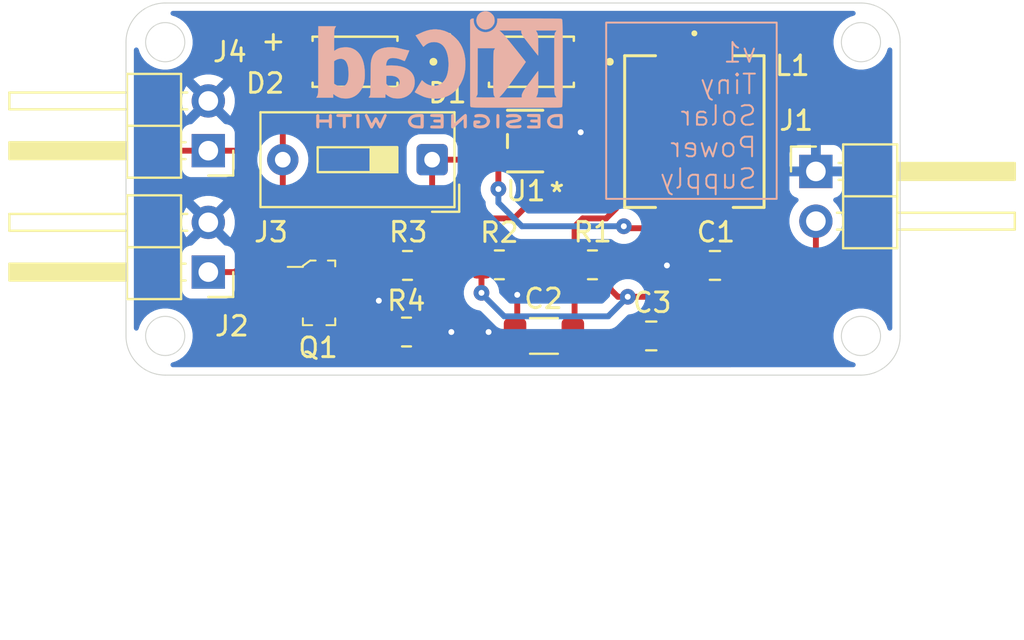
<source format=kicad_pcb>
(kicad_pcb (version 20241229) (generator "pcbnew") (generator_version "9.0")
  (title_block (title "Project 3 | Elektor's Solar Power Supply") (date "2025-05-20") (rev "1") (company "Ing. Andrés Chaparro"))
  (layers (0 "F.Cu" signal) (2 "B.Cu" signal) (13 "F.Paste" user) (15 "B.Paste" user) (5 "F.SilkS" user "F.Silkscreen") (7 "B.SilkS" user "B.Silkscreen") (1 "F.Mask" user) (3 "B.Mask" user) (25 "Edge.Cuts" user))
  (net 0 "")
  (net 1 "GND")
  (net 2 "/VIN")
  (net 3 "/OUT_P")
  (net 4 "/FB")
  (net 5 "/SW")
  (net 6 "/VAT_P")
  (net 7 "/SOLAR_P")
  (net 8 "/SHDN")
  (footprint "Connector_PinHeader_2.54mm:PinHeader_1x02_P2.54mm_Horizontal" (layer "F.Cu") (at 100.2 100.54 180)
    (property "Reference" "J4" (at -1.1 5.04 0) (layer "F.SilkS"))
    (property "Value" "Conn_01x02_Pin")
    (pad "1" thru_hole rect (at 0 0 180) (size 1.7 1.7) (drill 1) (layers "*.Cu" "*.Mask") (net 7 "/SOLAR_P"))
    (pad "2" thru_hole circle (at 0 2.54 180) (size 1.7 1.7) (drill 1) (layers "*.Cu" "*.Mask") (net 1 "GND"))
  )
  (footprint "Resistor_SMD:R_0805_2012Metric" (layer "F.Cu") (at 110.3125 109.8)
    (property "Reference" "R4" (at -0.0125 -1.6 0) (layer "F.SilkS"))
    (property "Value" "1 MOhm")
    (pad "1" smd roundrect (at -0.9125 0) (size 1.025 1.4) (layers "F.Cu" "F.Mask" "F.Paste") (roundrect_rratio 0.243902) (net 7 "/SOLAR_P"))
    (pad "2" smd roundrect (at 0.9125 0) (size 1.025 1.4) (layers "F.Cu" "F.Mask" "F.Paste") (roundrect_rratio 0.243902) (net 1 "GND"))
  )
  (footprint "Capacitor_SMD:C_1206_3216Metric" (layer "F.Cu") (at 117.325 110 180)
    (property "Reference" "C2" (at 0.025 1.9 0) (layer "F.SilkS"))
    (property "Value" "22uF, 10V, X7R")
    (pad "1" smd roundrect (at -1.475 0 180) (size 1.15 1.8) (layers "F.Cu" "F.Mask" "F.Paste") (roundrect_rratio 0.217391) (net 3 "/OUT_P"))
    (pad "2" smd roundrect (at 1.475 0 180) (size 1.15 1.8) (layers "F.Cu" "F.Mask" "F.Paste") (roundrect_rratio 0.217391) (net 1 "GND"))
  )
  (footprint "Resistor_SMD:R_0805_2012Metric" (layer "F.Cu") (at 119.8 106.37)
    (property "Reference" "R1" (at 0.0125 -1.67 0) (layer "F.SilkS"))
    (property "Value" "1 MOhm")
    (pad "1" smd roundrect (at -0.9125 0) (size 1.025 1.4) (layers "F.Cu" "F.Mask" "F.Paste") (roundrect_rratio 0.243902) (net 3 "/OUT_P"))
    (pad "2" smd roundrect (at 0.9125 0) (size 1.025 1.4) (layers "F.Cu" "F.Mask" "F.Paste") (roundrect_rratio 0.243902) (net 4 "/FB"))
  )
  (footprint "Capacitor_SMD:C_0805_2012Metric" (layer "F.Cu") (at 122.8 110)
    (property "Reference" "C3" (at 0.05 -1.7 0) (layer "F.SilkS"))
    (property "Value" "10pF, 50V, X7R")
    (pad "1" smd roundrect (at -0.95 0) (size 1 1.45) (layers "F.Cu" "F.Mask" "F.Paste") (net 3 "/OUT_P"))
    (pad "2" smd roundrect (at 0.95 0) (size 1 1.45) (layers "F.Cu" "F.Mask" "F.Paste") (net 4 "/FB"))
  )
  (footprint "SS14:DIOM4325X250N" (layer "F.Cu") (at 107.685 96 180)
    (property "Reference" "D2" (at 4.585 -1.1 0) (layer "F.SilkS"))
    (property "Value" "SS14")
    (pad "A" smd rect (at 2.115 0 180) (size 2.12 1.5) (layers "F.Cu" "F.Mask" "F.Paste") (net 7 "/SOLAR_P"))
    (pad "C" smd rect (at -2.115 0 180) (size 2.12 1.5) (layers "F.Cu" "F.Mask" "F.Paste") (net 6 "/VAT_P"))
  )
  (footprint "digikey-footprints:SOT-23-3" (layer "F.Cu") (at 105.85 107.8)
    (property "Reference" "Q1" (at -0.05 2.8 0) (layer "F.SilkS"))
    (property "Value" "2N7002")
    (pad "1" smd rect (at -1.05 -0.95) (size 1.3 0.6) (layers "F.Cu" "F.Mask" "F.Paste") (net 7 "/SOLAR_P"))
    (pad "2" smd rect (at -1.05 0.95) (size 1.3 0.6) (layers "F.Cu" "F.Mask" "F.Paste") (net 1 "GND"))
    (pad "3" smd rect (at 1.05 0) (size 1.3 0.6) (layers "F.Cu" "F.Mask" "F.Paste") (net 8 "/SHDN"))
  )
  (footprint "Resistor_SMD:R_0805_2012Metric" (layer "F.Cu") (at 110.3625 106.4 180)
    (property "Reference" "R3" (at -0.0375 1.7 0) (layer "F.SilkS"))
    (property "Value" "10 kOhm")
    (pad "1" smd roundrect (at -0.9125 0 180) (size 1.025 1.4) (layers "F.Cu" "F.Mask" "F.Paste") (roundrect_rratio 0.243902) (net 2 "/VIN"))
    (pad "2" smd roundrect (at 0.9125 0 180) (size 1.025 1.4) (layers "F.Cu" "F.Mask" "F.Paste") (roundrect_rratio 0.243902) (net 8 "/SHDN"))
  )
  (footprint "Connector_PinHeader_2.54mm:PinHeader_1x02_P2.54mm_Horizontal" (layer "F.Cu") (at 100.2 106.74 180)
    (property "Reference" "J2" (at -1.2 -2.76 0) (layer "F.SilkS"))
    (property "Value" "Conn_01x02_Pin")
    (pad "1" thru_hole rect (at 0 0 180) (size 1.7 1.7) (drill 1) (layers "*.Cu" "*.Mask") (net 6 "/VAT_P"))
    (pad "2" thru_hole circle (at 0 2.54 180) (size 1.7 1.7) (drill 1) (layers "*.Cu" "*.Mask") (net 1 "GND"))
  )
  (footprint "Button_Switch_THT:SW_DIP_SPSTx01_Slide_9.78x4.72mm_W7.62mm_P2.54mm" (layer "F.Cu") (at 111.62 101 180)
    (property "Reference" "J3" (at 8.22 -3.7 0) (layer "F.SilkS"))
    (property "Value" "Conn_01x02_Pin")
    (pad "1" thru_hole roundrect (at 0 0 180) (size 1.6 1.6) (drill 0.8) (layers "*.Cu" "*.Mask") (roundrect_rratio 0.15625) (net 2 "/VIN"))
    (pad "2" thru_hole circle (at 7.62 0 180) (size 1.6 1.6) (drill 0.8) (layers "*.Cu" "*.Mask") (net 6 "/VAT_P"))
  )
  (footprint "Connector_PinHeader_2.54mm:PinHeader_1x02_P2.54mm_Horizontal" (layer "F.Cu") (at 131.2 101.6)
    (property "Reference" "J1" (at -1 -2.6 0) (layer "F.SilkS"))
    (property "Value" "Conn_01x02_Pin")
    (pad "1" thru_hole rect (at 0 0) (size 1.7 1.7) (drill 1) (layers "*.Cu" "*.Mask") (net 1 "GND"))
    (pad "2" thru_hole circle (at 0 2.54) (size 1.7 1.7) (drill 1) (layers "*.Cu" "*.Mask") (net 3 "/OUT_P"))
  )
  (footprint "SS14:DIOM4325X250N" (layer "F.Cu") (at 116.685 96 180)
    (property "Reference" "D1" (at 4.285 -1.6 0) (layer "F.SilkS"))
    (property "Value" "SS14")
    (pad "A" smd rect (at 2.115 0 180) (size 2.12 1.5) (layers "F.Cu" "F.Mask" "F.Paste") (net 5 "/SW"))
    (pad "C" smd rect (at -2.115 0 180) (size 2.12 1.5) (layers "F.Cu" "F.Mask" "F.Paste") (net 3 "/OUT_P"))
  )
  (footprint "ASPI-0630LR-100M-T15:IND_ASPI-0630LR_ABR" (layer "F.Cu") (at 125 99.5654 -90)
    (property "Reference" "L1" (at -3.3654 -5 0) (layer "F.SilkS"))
    (property "Value" "ASPI-0630LR-100M-T15")
    (pad "1" smd rect (at -2.5654 0) (size 3.302 2.667) (layers "F.Cu" "F.Mask" "F.Paste") (net 5 "/SW"))
    (pad "2" smd rect (at 2.5654 0) (size 3.302 2.667) (layers "F.Cu" "F.Mask" "F.Paste") (net 2 "/VIN"))
  )
  (footprint "AP3015AKTR-G1:SOT23-5_1P55X2P9_DIO" (layer "F.Cu") (at 116.36525 100.049999 180)
    (property "Reference" "U1" (at -0.03475 -2.549999 0) (layer "F.SilkS"))
    (property "Value" "AP3015AKTR-G1")
    (fp_text user "*" (at -1.61925 -2.6518 0) (layer "F.SilkS"))
    (pad "1" smd rect (at -1.36525 -0.950001 180) (size 1.1811 0.5588) (layers "F.Cu" "F.Mask" "F.Paste") (net 5 "/SW"))
    (pad "2" smd rect (at -1.36525 0 180) (size 1.1811 0.5588) (layers "F.Cu" "F.Mask" "F.Paste") (net 1 "GND"))
    (pad "3" smd rect (at -1.36525 0.950001 180) (size 1.1811 0.5588) (layers "F.Cu" "F.Mask" "F.Paste") (net 4 "/FB"))
    (pad "4" smd rect (at 1.36525 0.950001 180) (size 1.1811 0.5588) (layers "F.Cu" "F.Mask" "F.Paste") (net 8 "/SHDN"))
    (pad "5" smd rect (at 1.36525 -0.950001 180) (size 1.1811 0.5588) (layers "F.Cu" "F.Mask" "F.Paste") (net 2 "/VIN"))
  )
  (footprint "Capacitor_SMD:C_0805_2012Metric" (layer "F.Cu") (at 126.05 106.4 180)
    (property "Reference" "C1" (at -0.05 1.7 0) (layer "F.SilkS"))
    (property "Value" "4.7uF, 50V, X7R")
    (pad "1" smd roundrect (at -0.95 0 180) (size 1 1.45) (layers "F.Cu" "F.Mask" "F.Paste") (net 2 "/VIN"))
    (pad "2" smd roundrect (at 0.95 0 180) (size 1 1.45) (layers "F.Cu" "F.Mask" "F.Paste") (net 1 "GND"))
  )
  (footprint "Resistor_SMD:R_0805_2012Metric" (layer "F.Cu") (at 115.05 106.37)
    (property "Reference" "R2" (at 0 -1.65 0) (layer "F.SilkS"))
    (property "Value" "604 kOhm, 1%")
    (pad "1" smd roundrect (at -0.9125 0) (size 1.025 1.4) (layers "F.Cu" "F.Mask" "F.Paste") (roundrect_rratio 0.243902) (net 4 "/FB"))
    (pad "2" smd roundrect (at 0.9125 0) (size 1.025 1.4) (layers "F.Cu" "F.Mask" "F.Paste") (roundrect_rratio 0.243902) (net 1 "GND"))
  )
  (footprint "Symbol:KiCad-Logo2_5mm_SilkScreen" (layer "B.Cu") (at 112 96.4 180)
    (property "Reference" "REF**" (hide yes))
    (property "Value" "KiCad-Logo2_5mm_SilkScreen" (hide yes))
  )
  (gr_line (start 98 112) (end 133.5 112) (stroke (width 0.05)) (layer "Edge.Cuts"))
  (gr_circle (center 133.5 110) (end 134.5 110) (stroke (width 0.05)) (fill no) (layer "Edge.Cuts"))
  (gr_line (start 135.5 110) (end 135.5 95) (stroke (width 0.05)) (layer "Edge.Cuts"))
  (gr_arc (start 96 95) (mid 96.585786 93.585786) (end 98 93) (stroke (width 0.05)) (layer "Edge.Cuts"))
  (gr_arc (start 135.5 110) (mid 134.914214 111.414214) (end 133.5 112) (stroke (width 0.05)) (layer "Edge.Cuts"))
  (gr_arc (start 133.5 93) (mid 134.914214 93.585786) (end 135.5 95) (stroke (width 0.05)) (layer "Edge.Cuts"))
  (gr_line (start 96 95) (end 96 110) (stroke (width 0.05)) (layer "Edge.Cuts"))
  (gr_arc (start 98 112) (mid 96.585786 111.414214) (end 96 110) (stroke (width 0.05)) (layer "Edge.Cuts"))
  (gr_circle (center 98 110) (end 99 110) (stroke (width 0.05)) (fill no) (layer "Edge.Cuts"))
  (gr_line (start 133.5 93) (end 98 93) (stroke (width 0.05)) (layer "Edge.Cuts"))
  (gr_circle (center 133.5 95) (end 134.5 95) (stroke (width 0.05)) (fill no) (layer "Edge.Cuts"))
  (gr_circle (center 98 95) (end 99 95) (stroke (width 0.05)) (fill no) (layer "Edge.Cuts"))
  (gr_text "+" (at 102.8 95.5 0) (layer "F.SilkS") (effects (font (size 1 1)) (justify left bottom)))
  (gr_text "+" (at 111.8 95.5 0) (layer "F.SilkS") (effects (font (size 1 1)) (justify left bottom)))
  (gr_text_box "v1\nTiny Solar Power Supply" (start 120.5 94) (end 129.2 103) (margins 1.0025 1.0025 1.0025 1.0025) (layer "B.SilkS") (effects (font (size 1 1) (thickness 0.1)) (justify left top mirror)) (border yes) (stroke (width 0.1)))
  (segment (start 110.8 108.2) (end 108.9 108.2) (width 0.3) (layer "F.Cu") (net 1))
  (segment (start 111.225 108.625) (end 110.8 108.2) (width 0.3) (layer "F.Cu") (net 1))
  (segment (start 114.5 109.8) (end 115.65 109.8) (width 0.3) (layer "F.Cu") (net 1))
  (segment (start 108.9 108.2) (end 108.8 108.2) (width 0.3) (layer "F.Cu") (net 1))
  (segment (start 108.35 108.75) (end 108.9 108.2) (width 0.3) (layer "F.Cu") (net 1))
  (segment (start 115.9625 107.9) (end 115.9625 109.8875) (width 0.3) (layer "F.Cu") (net 1))
  (segment (start 112.6 109.8) (end 114.5 109.8) (width 0.3) (layer "F.Cu") (net 1))
  (segment (start 111.225 109.8) (end 112.6 109.8) (width 0.3) (layer "F.Cu") (net 1))
  (segment (start 115.9625 109.8875) (end 115.85 110) (width 0.3) (layer "F.Cu") (net 1))
  (segment (start 125.1 106.4) (end 123.6 106.4) (width 0.3) (layer "F.Cu") (net 1))
  (segment (start 104.8 108.75) (end 108.35 108.75) (width 0.3) (layer "F.Cu") (net 1))
  (segment (start 111.225 109.8) (end 111.225 108.625) (width 0.3) (layer "F.Cu") (net 1))
  (segment (start 115.65 109.8) (end 115.85 110) (width 0.3) (layer "F.Cu") (net 1))
  (segment (start 115.9625 106.37) (end 115.9625 107.9) (width 0.3) (layer "F.Cu") (net 1))
  (segment (start 118.750001 100.049999) (end 119.2 99.6) (width 0.3) (layer "F.Cu") (net 1))
  (segment (start 117.7305 100.049999) (end 118.750001 100.049999) (width 0.3) (layer "F.Cu") (net 1))
  (via (at 108.9 108.2) (size 0.8) (drill 0.3) (layers "F.Cu" "B.Cu") (net 1))
  (via (at 112.6 109.8) (size 0.8) (drill 0.3) (layers "F.Cu" "B.Cu") (net 1))
  (via (at 114.5 109.8) (size 0.8) (drill 0.3) (layers "F.Cu" "B.Cu") (net 1))
  (via (at 123.6 106.4) (size 0.8) (drill 0.3) (layers "F.Cu" "B.Cu") (net 1))
  (via (at 115.9625 107.9) (size 0.8) (drill 0.3) (layers "F.Cu" "B.Cu") (net 1))
  (via (at 119.2 99.6) (size 0.8) (drill 0.3) (layers "F.Cu" "B.Cu") (net 1))
  (segment (start 126.5 104.5) (end 125.4 104.5) (width 0.3) (layer "F.Cu") (net 2))
  (segment (start 111.62 102.38) (end 111.275 102.725) (width 0.3) (layer "F.Cu") (net 2))
  (segment (start 125.4 104.5) (end 125 104.1) (width 0.3) (layer "F.Cu") (net 2))
  (segment (start 111.62 101) (end 115 101) (width 0.3) (layer "F.Cu") (net 2))
  (segment (start 125 104.1) (end 125 102.1308) (width 0.3) (layer "F.Cu") (net 2))
  (segment (start 127 105) (end 126.5 104.5) (width 0.3) (layer "F.Cu") (net 2))
  (segment (start 111.62 101) (end 111.62 102.38) (width 0.3) (layer "F.Cu") (net 2))
  (segment (start 115 101) (end 115 102.5) (width 0.3) (layer "F.Cu") (net 2))
  (segment (start 121.5 104.5) (end 121.4 104.4) (width 0.3) (layer "F.Cu") (net 2))
  (segment (start 127 106.4) (end 127 105) (width 0.3) (layer "F.Cu") (net 2))
  (segment (start 125 104) (end 124.5 104.5) (width 0.3) (layer "F.Cu") (net 2))
  (segment (start 125 102.1308) (end 125 104) (width 0.3) (layer "F.Cu") (net 2))
  (segment (start 111.275 102.725) (end 111.275 106.4) (width 0.3) (layer "F.Cu") (net 2))
  (segment (start 124.5 104.5) (end 121.5 104.5) (width 0.3) (layer "F.Cu") (net 2))
  (via (at 115 102.5) (size 0.8) (drill 0.3) (layers "F.Cu" "B.Cu") (net 2))
  (via (at 121.4 104.4) (size 0.8) (drill 0.3) (layers "F.Cu" "B.Cu") (net 2))
  (segment (start 116.2 104.4) (end 121.4 104.4) (width 0.3) (layer "B.Cu") (net 2))
  (segment (start 115 103.2) (end 116.2 104.4) (width 0.3) (layer "B.Cu") (net 2))
  (segment (start 115 102.5) (end 115 103.2) (width 0.3) (layer "B.Cu") (net 2))
  (segment (start 118.8875 109.9125) (end 118.8 110) (width 0.3) (layer "F.Cu") (net 3))
  (segment (start 118.8875 104.4125) (end 118.8875 106.37) (width 0.3) (layer "F.Cu") (net 3))
  (segment (start 119.3 104) (end 118.8875 104.4125) (width 0.3) (layer "F.Cu") (net 3))
  (segment (start 120.5 104) (end 119.3 104) (width 0.3) (layer "F.Cu") (net 3))
  (segment (start 126.851 111.449) (end 131.2 107.1) (width 0.3) (layer "F.Cu") (net 3))
  (segment (start 118.8875 106.37) (end 118.8875 109.9125) (width 0.3) (layer "F.Cu") (net 3))
  (segment (start 121.85 110) (end 118.8 110) (width 0.3) (layer "F.Cu") (net 3))
  (segment (start 122.249 111.449) (end 126.851 111.449) (width 0.3) (layer "F.Cu") (net 3))
  (segment (start 118.8 96) (end 120.5 96) (width 0.3) (layer "F.Cu") (net 3))
  (segment (start 121 103.5) (end 120.5 104) (width 0.3) (layer "F.Cu") (net 3))
  (segment (start 121 96.5) (end 121 103.5) (width 0.3) (layer "F.Cu") (net 3))
  (segment (start 121.85 111.05) (end 122.249 111.449) (width 0.3) (layer "F.Cu") (net 3))
  (segment (start 120.5 96) (end 121 96.5) (width 0.3) (layer "F.Cu") (net 3))
  (segment (start 121.85 110) (end 121.85 111.05) (width 0.3) (layer "F.Cu") (net 3))
  (segment (start 131.2 107.1) (end 131.2 104.14) (width 0.3) (layer "F.Cu") (net 3))
  (segment (start 114.1375 107.8) (end 114.1375 106.37) (width 0.3) (layer "F.Cu") (net 4))
  (segment (start 115.8 104) (end 116.3 103.5) (width 0.3) (layer "F.Cu") (net 4))
  (segment (start 114.1375 106.37) (end 114.1375 104.3625) (width 0.3) (layer "F.Cu") (net 4))
  (segment (start 120.7125 107.5875) (end 120.7125 106.37) (width 0.3) (layer "F.Cu") (net 4))
  (segment (start 123.4 108) (end 121.6 108) (width 0.3) (layer "F.Cu") (net 4))
  (segment (start 116.3 103.5) (end 116.3 99.6) (width 0.3) (layer "F.Cu") (net 4))
  (segment (start 123.75 108.35) (end 123.4 108) (width 0.3) (layer "F.Cu") (net 4))
  (segment (start 120.7 107.6) (end 120.7125 107.5875) (width 0.3) (layer "F.Cu") (net 4))
  (segment (start 121.1 108) (end 120.7 107.6) (width 0.3) (layer "F.Cu") (net 4))
  (segment (start 123.75 110) (end 123.75 108.35) (width 0.3) (layer "F.Cu") (net 4))
  (segment (start 114.5 104) (end 115.8 104) (width 0.3) (layer "F.Cu") (net 4))
  (segment (start 116.3 99.6) (end 116.800002 99.099998) (width 0.3) (layer "F.Cu") (net 4))
  (segment (start 121.6 108) (end 121.1 108) (width 0.3) (layer "F.Cu") (net 4))
  (segment (start 116.800002 99.099998) (end 117.7305 99.099998) (width 0.3) (layer "F.Cu") (net 4))
  (segment (start 114.1375 104.3625) (end 114.5 104) (width 0.3) (layer "F.Cu") (net 4))
  (via (at 121.6 108) (size 0.8) (drill 0.3) (layers "F.Cu" "B.Cu") (net 4))
  (via (at 114.1375 107.8) (size 0.8) (drill 0.3) (layers "F.Cu" "B.Cu") (net 4))
  (segment (start 114.1375 107.8375) (end 115.3 109) (width 0.3) (layer "B.Cu") (net 4))
  (segment (start 115.3 109) (end 120.6 109) (width 0.3) (layer "B.Cu") (net 4))
  (segment (start 114.1375 107.8) (end 114.1375 107.8375) (width 0.3) (layer "B.Cu") (net 4))
  (segment (start 120.6 109) (end 121.6 108) (width 0.3) (layer "B.Cu") (net 4))
  (segment (start 119.6 98) (end 114.9 98) (width 0.3) (layer "F.Cu") (net 5))
  (segment (start 125 94.5) (end 125 97) (width 0.3) (layer "F.Cu") (net 5))
  (segment (start 119.6 101) (end 120 100.6) (width 0.3) (layer "F.Cu") (net 5))
  (segment (start 117.7305 101) (end 119.6 101) (width 0.3) (layer "F.Cu") (net 5))
  (segment (start 114.57 94.43) (end 115 94) (width 0.3) (layer "F.Cu") (net 5))
  (segment (start 114.57 96) (end 114.57 94.43) (width 0.3) (layer "F.Cu") (net 5))
  (segment (start 120 98.4) (end 119.6 98) (width 0.3) (layer "F.Cu") (net 5))
  (segment (start 115 94) (end 124.5 94) (width 0.3) (layer "F.Cu") (net 5))
  (segment (start 114.57 97.67) (end 114.57 96) (width 0.3) (layer "F.Cu") (net 5))
  (segment (start 124.5 94) (end 125 94.5) (width 0.3) (layer "F.Cu") (net 5))
  (segment (start 114.9 98) (end 114.57 97.67) (width 0.3) (layer "F.Cu") (net 5))
  (segment (start 120 100.6) (end 120 98.4) (width 0.3) (layer "F.Cu") (net 5))
  (segment (start 104.5 98.3) (end 109.4 98.3) (width 0.3) (layer "F.Cu") (net 6))
  (segment (start 101.56 106.74) (end 102 106.3) (width 0.3) (layer "F.Cu") (net 6))
  (segment (start 100.2 106.74) (end 101.56 106.74) (width 0.3) (layer "F.Cu") (net 6))
  (segment (start 109.4 98.3) (end 109.8 97.9) (width 0.3) (layer "F.Cu") (net 6))
  (segment (start 102 105) (end 104 103) (width 0.3) (layer "F.Cu") (net 6))
  (segment (start 109.8 97.9) (end 109.8 96) (width 0.3) (layer "F.Cu") (net 6))
  (segment (start 102 106.3) (end 102 105) (width 0.3) (layer "F.Cu") (net 6))
  (segment (start 104 103) (end 104 101) (width 0.3) (layer "F.Cu") (net 6))
  (segment (start 104 98.8) (end 104.5 98.3) (width 0.3) (layer "F.Cu") (net 6))
  (segment (start 104 101) (end 104 98.8) (width 0.3) (layer "F.Cu") (net 6))
  (segment (start 108.4 109.8) (end 109.4 109.8) (width 0.3) (layer "F.Cu") (net 7))
  (segment (start 98 107.7) (end 98 101.1) (width 0.3) (layer "F.Cu") (net 7))
  (segment (start 102.3 96) (end 105.57 96) (width 0.3) (layer "F.Cu") (net 7))
  (segment (start 108.2 110.7) (end 108.2 110) (width 0.3) (layer "F.Cu") (net 7))
  (segment (start 98.56 100.54) (end 100.2 100.54) (width 0.3) (layer "F.Cu") (net 7))
  (segment (start 108.2 110) (end 108.4 109.8) (width 0.3) (layer "F.Cu") (net 7))
  (segment (start 99.3 109) (end 98 107.7) (width 0.3) (layer "F.Cu") (net 7))
  (segment (start 98 101.1) (end 98.56 100.54) (width 0.3) (layer "F.Cu") (net 7))
  (segment (start 103 108.7) (end 102.7 109) (width 0.3) (layer "F.Cu") (net 7))
  (segment (start 103 110.5) (end 103.5 111) (width 0.3) (layer "F.Cu") (net 7))
  (segment (start 107.9 111) (end 108.2 110.7) (width 0.3) (layer "F.Cu") (net 7))
  (segment (start 101.76 100.54) (end 102 100.3) (width 0.3) (layer "F.Cu") (net 7))
  (segment (start 100.2 100.54) (end 101.76 100.54) (width 0.3) (layer "F.Cu") (net 7))
  (segment (start 103 107.1) (end 103 108.7) (width 0.3) (layer "F.Cu") (net 7))
  (segment (start 102 96.3) (end 102.3 96) (width 0.3) (layer "F.Cu") (net 7))
  (segment (start 103.25 106.85) (end 103 107.1) (width 0.3) (layer "F.Cu") (net 7))
  (segment (start 102.7 109) (end 103 109.3) (width 0.3) (layer "F.Cu") (net 7))
  (segment (start 102 100.3) (end 102 96.3) (width 0.3) (layer "F.Cu") (net 7))
  (segment (start 102.7 109) (end 99.3 109) (width 0.3) (layer "F.Cu") (net 7))
  (segment (start 104.8 106.85) (end 103.25 106.85) (width 0.3) (layer "F.Cu") (net 7))
  (segment (start 103.5 111) (end 107.9 111) (width 0.3) (layer "F.Cu") (net 7))
  (segment (start 103 109.3) (end 103 110.5) (width 0.3) (layer "F.Cu") (net 7))
  (segment (start 108.4 106.4) (end 108.2 106.6) (width 0.3) (layer "F.Cu") (net 8))
  (segment (start 109.45 106.4) (end 108.4 106.4) (width 0.3) (layer "F.Cu") (net 8))
  (segment (start 107.9 107.8) (end 108.2 107.5) (width 0.3) (layer "F.Cu") (net 8))
  (segment (start 106.9 107.8) (end 107.9 107.8) (width 0.3) (layer "F.Cu") (net 8))
  (segment (start 108.2 106.6) (end 108.2 107.5) (width 0.3) (layer "F.Cu") (net 8))
  (segment (start 109.45 100.05) (end 109.45 106.4) (width 0.3) (layer "F.Cu") (net 8))
  (segment (start 115 99.099998) (end 110.400002 99.099998) (width 0.3) (layer "F.Cu") (net 8))
  (segment (start 110.400002 99.099998) (end 109.45 100.05) (width 0.3) (layer "F.Cu") (net 8))
  (zone (net 1) (net_name "GND") (layer "B.Cu") (connect_pads (clearance 0.5)) (min_thickness 0.25) (fill yes (thermal_gap 0.5) (thermal_bridge_width 0.5))
    (polygon (pts (xy 96 93) (xy 135.5 93) (xy 135.5 112) (xy 96 112)))
  )
)
</source>
